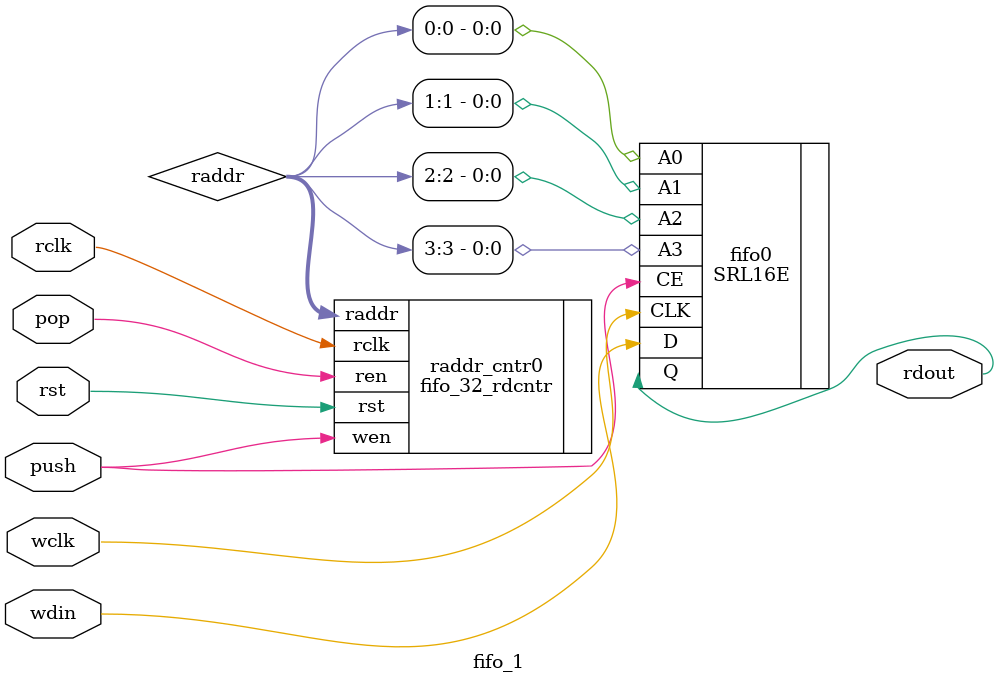
<source format=v>

`timescale 1ns/1ns
module fifo_1 (
  rst,   // Global Async Reset
  // Write Port Signals
  wclk,  // Write clock
  wdin,  // Write Data In
  push,   // Write Enable
  //push_early,
  // Read Port Signals
  rclk,  // Read clock
  rdout, // Read Data Out
  pop    // Read Enable
  );
   
// Port Declarations ************************************************

  input         rst;
  // Write Port Signals
  input         wclk;
  input         wdin;
  input         push;
  // Read Port Signals
  input         rclk;
  output        rdout;
  input         pop;
   
// Signal Declarations ***********************************************
  wire   [3:0]  raddr;
  
  wire         #1 wdin;
  wire         #1 push;
  wire         #1 pop;
   
// Module Declarations ***********************************************

SRL16E fifo0 (.CLK(wclk), .CE(push), .D(wdin), 
               .A0(raddr[0]), .A1(raddr[1]), .A2(raddr[2]),
               .A3(raddr[3]), .Q(rdout));

// Main body of code *************************************************

  
// Call all the helper logic that generates the read address pointers
fifo_32_rdcntr raddr_cntr0
  (.rclk(rclk), .rst(rst), .ren(pop), .wen(push), .raddr(raddr));


endmodule


</source>
